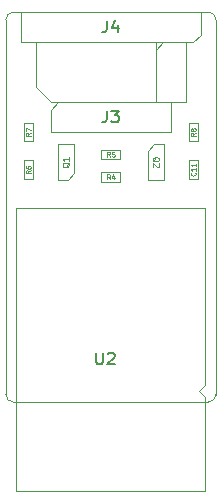
<source format=gbr>
%TF.GenerationSoftware,KiCad,Pcbnew,5.1.5+dfsg1-2~bpo10+1*%
%TF.CreationDate,Date%
%TF.ProjectId,ProMicro_ESP12E,50726f4d-6963-4726-9f5f-455350313245,v1.0*%
%TF.SameCoordinates,Original*%
%TF.FileFunction,Other,Fab,Top*%
%FSLAX45Y45*%
G04 Gerber Fmt 4.5, Leading zero omitted, Abs format (unit mm)*
G04 Created by KiCad*
%MOMM*%
%LPD*%
G04 APERTURE LIST*
%ADD10C,0.100000*%
%ADD11C,0.120000*%
%ADD12C,0.060000*%
%ADD13C,0.075000*%
%ADD14C,0.150000*%
G04 APERTURE END LIST*
D10*
X-63500Y3175000D02*
G75*
G03X-127000Y3111500I0J-63500D01*
G01*
X1651000Y3111500D02*
G75*
G03X1587500Y3175000I-63500J0D01*
G01*
X1587500Y-127000D02*
G75*
G03X1651000Y-63500I0J63500D01*
G01*
X-127000Y-63500D02*
G75*
G03X-63500Y-127000I63500J0D01*
G01*
X-127000Y3111500D02*
X-127000Y-63500D01*
X1587500Y3175000D02*
X-63500Y3175000D01*
X1651000Y-63500D02*
X1651000Y3111500D01*
X-63500Y-127000D02*
X1587500Y-127000D01*
X1420500Y2079000D02*
X1420500Y2239000D01*
X1500500Y2079000D02*
X1420500Y2079000D01*
X1500500Y2239000D02*
X1500500Y2079000D01*
X1420500Y2239000D02*
X1500500Y2239000D01*
X1073000Y1753000D02*
X1213000Y1753000D01*
X1213000Y2057000D02*
X1213000Y1753000D01*
X1073000Y2000000D02*
X1128000Y2057000D01*
X1128000Y2057000D02*
X1213000Y2057000D01*
X1073000Y2000000D02*
X1073000Y1755000D01*
X451000Y2057000D02*
X311000Y2057000D01*
X311000Y1753000D02*
X311000Y2057000D01*
X451000Y1810000D02*
X396000Y1753000D01*
X396000Y1753000D02*
X311000Y1753000D01*
X451000Y1810000D02*
X451000Y2055000D01*
X103500Y2239000D02*
X103500Y2079000D01*
X23500Y2239000D02*
X103500Y2239000D01*
X23500Y2079000D02*
X23500Y2239000D01*
X103500Y2079000D02*
X23500Y2079000D01*
X23500Y1761500D02*
X23500Y1921500D01*
X103500Y1761500D02*
X23500Y1761500D01*
X103500Y1921500D02*
X103500Y1761500D01*
X23500Y1921500D02*
X103500Y1921500D01*
X682000Y2008500D02*
X842000Y2008500D01*
X682000Y1928500D02*
X682000Y2008500D01*
X842000Y1928500D02*
X682000Y1928500D01*
X842000Y2008500D02*
X842000Y1928500D01*
X842000Y1738000D02*
X682000Y1738000D01*
X842000Y1818000D02*
X842000Y1738000D01*
X682000Y1818000D02*
X842000Y1818000D01*
X682000Y1738000D02*
X682000Y1818000D01*
X1420500Y1761500D02*
X1420500Y1921500D01*
X1500500Y1761500D02*
X1420500Y1761500D01*
X1500500Y1921500D02*
X1500500Y1761500D01*
X1420500Y1921500D02*
X1500500Y1921500D01*
X0Y3175000D02*
X1524000Y3175000D01*
X0Y2921000D02*
X0Y3175000D01*
X1460500Y2921000D02*
X0Y2921000D01*
X1524000Y2984500D02*
X1460500Y2921000D01*
X1524000Y3175000D02*
X1524000Y2984500D01*
X1143000Y2857500D02*
X1206500Y2921000D01*
X1143000Y2413000D02*
X1143000Y2857500D01*
X1397000Y2413000D02*
X1143000Y2413000D01*
X1397000Y2921000D02*
X1397000Y2413000D01*
X1206500Y2921000D02*
X1397000Y2921000D01*
X1270000Y2159000D02*
X254000Y2159000D01*
X1270000Y2413000D02*
X1270000Y2159000D01*
X317500Y2413000D02*
X1270000Y2413000D01*
X254000Y2349500D02*
X317500Y2413000D01*
X254000Y2159000D02*
X254000Y2349500D01*
X254000Y2413000D02*
X127000Y2540000D01*
X1143000Y2413000D02*
X254000Y2413000D01*
X1143000Y2921000D02*
X1143000Y2413000D01*
X127000Y2921000D02*
X1143000Y2921000D01*
X127000Y2540000D02*
X127000Y2921000D01*
D11*
X1562000Y-82500D02*
X1562000Y-882500D01*
X1512000Y-32500D02*
X1562000Y-82500D01*
X1562000Y17500D02*
X1512000Y-32500D01*
X1562000Y1517500D02*
X1562000Y17500D01*
X-38000Y1517500D02*
X1562000Y1517500D01*
X-38000Y-882500D02*
X-38000Y1517500D01*
X1562000Y-882500D02*
X-38000Y-882500D01*
D12*
X1478595Y2152333D02*
X1459548Y2139000D01*
X1478595Y2129476D02*
X1438595Y2129476D01*
X1438595Y2144714D01*
X1440500Y2148524D01*
X1442405Y2150429D01*
X1446214Y2152333D01*
X1451928Y2152333D01*
X1455738Y2150429D01*
X1457643Y2148524D01*
X1459548Y2144714D01*
X1459548Y2129476D01*
X1455738Y2175191D02*
X1453833Y2171381D01*
X1451928Y2169476D01*
X1448119Y2167572D01*
X1446214Y2167572D01*
X1442405Y2169476D01*
X1440500Y2171381D01*
X1438595Y2175191D01*
X1438595Y2182810D01*
X1440500Y2186619D01*
X1442405Y2188524D01*
X1446214Y2190429D01*
X1448119Y2190429D01*
X1451928Y2188524D01*
X1453833Y2186619D01*
X1455738Y2182810D01*
X1455738Y2175191D01*
X1457643Y2171381D01*
X1459548Y2169476D01*
X1463357Y2167572D01*
X1470976Y2167572D01*
X1474786Y2169476D01*
X1476690Y2171381D01*
X1478595Y2175191D01*
X1478595Y2182810D01*
X1476690Y2186619D01*
X1474786Y2188524D01*
X1470976Y2190429D01*
X1463357Y2190429D01*
X1459548Y2188524D01*
X1457643Y2186619D01*
X1455738Y2182810D01*
D13*
X1115619Y1909762D02*
X1118000Y1914524D01*
X1122762Y1919286D01*
X1129905Y1926429D01*
X1132286Y1931190D01*
X1132286Y1935952D01*
X1120381Y1933571D02*
X1122762Y1938333D01*
X1127524Y1943095D01*
X1137048Y1945476D01*
X1153714Y1945476D01*
X1163238Y1943095D01*
X1168000Y1938333D01*
X1170381Y1933571D01*
X1170381Y1924048D01*
X1168000Y1919286D01*
X1163238Y1914524D01*
X1153714Y1912143D01*
X1137048Y1912143D01*
X1127524Y1914524D01*
X1122762Y1919286D01*
X1120381Y1924048D01*
X1120381Y1933571D01*
X1165619Y1893095D02*
X1168000Y1890714D01*
X1170381Y1885952D01*
X1170381Y1874048D01*
X1168000Y1869286D01*
X1165619Y1866905D01*
X1160857Y1864524D01*
X1156095Y1864524D01*
X1148952Y1866905D01*
X1120381Y1895476D01*
X1120381Y1864524D01*
X408381Y1900238D02*
X406000Y1895476D01*
X401238Y1890714D01*
X394095Y1883571D01*
X391714Y1878810D01*
X391714Y1874048D01*
X403619Y1876429D02*
X401238Y1871667D01*
X396476Y1866905D01*
X386952Y1864524D01*
X370286Y1864524D01*
X360762Y1866905D01*
X356000Y1871667D01*
X353619Y1876429D01*
X353619Y1885952D01*
X356000Y1890714D01*
X360762Y1895476D01*
X370286Y1897857D01*
X386952Y1897857D01*
X396476Y1895476D01*
X401238Y1890714D01*
X403619Y1885952D01*
X403619Y1876429D01*
X403619Y1945476D02*
X403619Y1916905D01*
X403619Y1931190D02*
X353619Y1931190D01*
X360762Y1926429D01*
X365524Y1921667D01*
X367905Y1916905D01*
D12*
X81595Y2152333D02*
X62548Y2139000D01*
X81595Y2129476D02*
X41595Y2129476D01*
X41595Y2144714D01*
X43500Y2148524D01*
X45405Y2150429D01*
X49214Y2152333D01*
X54928Y2152333D01*
X58738Y2150429D01*
X60643Y2148524D01*
X62548Y2144714D01*
X62548Y2129476D01*
X41595Y2165667D02*
X41595Y2192333D01*
X81595Y2175191D01*
X81595Y1834833D02*
X62548Y1821500D01*
X81595Y1811976D02*
X41595Y1811976D01*
X41595Y1827214D01*
X43500Y1831024D01*
X45405Y1832929D01*
X49214Y1834833D01*
X54928Y1834833D01*
X58738Y1832929D01*
X60643Y1831024D01*
X62548Y1827214D01*
X62548Y1811976D01*
X41595Y1869119D02*
X41595Y1861500D01*
X43500Y1857690D01*
X45405Y1855786D01*
X51119Y1851976D01*
X58738Y1850071D01*
X73976Y1850071D01*
X77786Y1851976D01*
X79690Y1853881D01*
X81595Y1857690D01*
X81595Y1865310D01*
X79690Y1869119D01*
X77786Y1871024D01*
X73976Y1872929D01*
X64452Y1872929D01*
X60643Y1871024D01*
X58738Y1869119D01*
X56833Y1865310D01*
X56833Y1857690D01*
X58738Y1853881D01*
X60643Y1851976D01*
X64452Y1850071D01*
X755333Y1950405D02*
X742000Y1969452D01*
X732476Y1950405D02*
X732476Y1990405D01*
X747714Y1990405D01*
X751524Y1988500D01*
X753428Y1986595D01*
X755333Y1982786D01*
X755333Y1977071D01*
X753428Y1973262D01*
X751524Y1971357D01*
X747714Y1969452D01*
X732476Y1969452D01*
X791524Y1990405D02*
X772476Y1990405D01*
X770571Y1971357D01*
X772476Y1973262D01*
X776286Y1975167D01*
X785809Y1975167D01*
X789619Y1973262D01*
X791524Y1971357D01*
X793428Y1967548D01*
X793428Y1958024D01*
X791524Y1954214D01*
X789619Y1952310D01*
X785809Y1950405D01*
X776286Y1950405D01*
X772476Y1952310D01*
X770571Y1954214D01*
X755333Y1759905D02*
X742000Y1778952D01*
X732476Y1759905D02*
X732476Y1799905D01*
X747714Y1799905D01*
X751524Y1798000D01*
X753428Y1796095D01*
X755333Y1792286D01*
X755333Y1786571D01*
X753428Y1782762D01*
X751524Y1780857D01*
X747714Y1778952D01*
X732476Y1778952D01*
X789619Y1786571D02*
X789619Y1759905D01*
X780095Y1801810D02*
X770571Y1773238D01*
X795333Y1773238D01*
X1474786Y1815786D02*
X1476690Y1813881D01*
X1478595Y1808167D01*
X1478595Y1804357D01*
X1476690Y1798643D01*
X1472881Y1794833D01*
X1469071Y1792929D01*
X1461452Y1791024D01*
X1455738Y1791024D01*
X1448119Y1792929D01*
X1444309Y1794833D01*
X1440500Y1798643D01*
X1438595Y1804357D01*
X1438595Y1808167D01*
X1440500Y1813881D01*
X1442405Y1815786D01*
X1478595Y1853881D02*
X1478595Y1831024D01*
X1478595Y1842452D02*
X1438595Y1842452D01*
X1444309Y1838643D01*
X1448119Y1834833D01*
X1450024Y1831024D01*
X1478595Y1891976D02*
X1478595Y1869119D01*
X1478595Y1880548D02*
X1438595Y1880548D01*
X1444309Y1876738D01*
X1448119Y1872929D01*
X1450024Y1869119D01*
D14*
X728667Y3102762D02*
X728667Y3031333D01*
X723905Y3017048D01*
X714381Y3007524D01*
X700095Y3002762D01*
X690571Y3002762D01*
X819143Y3069429D02*
X819143Y3002762D01*
X795333Y3107524D02*
X771524Y3036095D01*
X833428Y3036095D01*
X728667Y2340762D02*
X728667Y2269333D01*
X723905Y2255048D01*
X714381Y2245524D01*
X700095Y2240762D01*
X690571Y2240762D01*
X766762Y2340762D02*
X828667Y2340762D01*
X795333Y2302667D01*
X809619Y2302667D01*
X819143Y2297905D01*
X823905Y2293143D01*
X828667Y2283619D01*
X828667Y2259810D01*
X823905Y2250286D01*
X819143Y2245524D01*
X809619Y2240762D01*
X781048Y2240762D01*
X771524Y2245524D01*
X766762Y2250286D01*
X636810Y292262D02*
X636810Y211310D01*
X641571Y201786D01*
X646333Y197024D01*
X655857Y192262D01*
X674905Y192262D01*
X684429Y197024D01*
X689190Y201786D01*
X693952Y211310D01*
X693952Y292262D01*
X736809Y282738D02*
X741571Y287500D01*
X751095Y292262D01*
X774905Y292262D01*
X784428Y287500D01*
X789190Y282738D01*
X793952Y273214D01*
X793952Y263691D01*
X789190Y249405D01*
X732048Y192262D01*
X793952Y192262D01*
M02*

</source>
